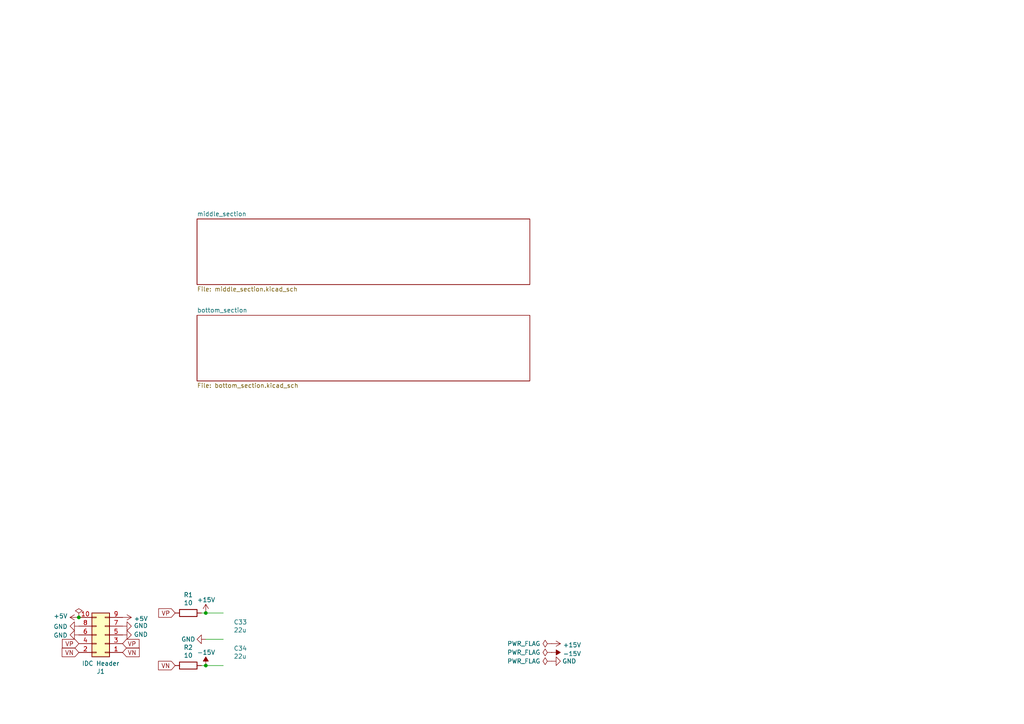
<source format=kicad_sch>
(kicad_sch (version 20230121) (generator eeschema)
  (paper "A4")
  (title_block (title "oberwelle") (date "2020-11-27") (rev "R01") (comment 1 "Schema for main circuit") (comment 2 "wave folder") (comment 4 "License CC BY 4.0 - Attribution 4.0 International"))
  (lib_symbols
    (symbol "Connector_Generic:Conn_02x05_Odd_Even" (pin_names (offset 1.016) hide)
      (property "Reference" "J" (at 1.27 7.62 0))
      (property "Value" "Conn_02x05_Odd_Even" (at 1.27 -7.62 0))
      (symbol "Conn_02x05_Odd_Even_1_1"
        (rectangle (start -1.27 -4.953) (end 0 -5.207) (stroke (width 0.1524)))
        (rectangle (start -1.27 -2.413) (end 0 -2.667) (stroke (width 0.1524)))
        (rectangle (start -1.27 0.127) (end 0 -0.127) (stroke (width 0.1524)))
        (rectangle (start -1.27 2.667) (end 0 2.413) (stroke (width 0.1524)))
        (rectangle (start -1.27 5.207) (end 0 4.953) (stroke (width 0.1524)))
        (rectangle (start -1.27 6.35) (end 3.81 -6.35) (stroke (width 0.254)) (fill (type background)))
        (rectangle (start 3.81 -4.953) (end 2.54 -5.207) (stroke (width 0.1524)))
        (rectangle (start 3.81 -2.413) (end 2.54 -2.667) (stroke (width 0.1524)))
        (rectangle (start 3.81 0.127) (end 2.54 -0.127) (stroke (width 0.1524)))
        (rectangle (start 3.81 2.667) (end 2.54 2.413) (stroke (width 0.1524)))
        (rectangle (start 3.81 5.207) (end 2.54 4.953) (stroke (width 0.1524)))
        (pin passive line (at -5.08 5.08 0) (length 3.81) (name "Pin_1") (number "1"))
        (pin passive line (at 7.62 -5.08 180) (length 3.81) (name "Pin_10") (number "10"))
        (pin passive line (at 7.62 5.08 180) (length 3.81) (name "Pin_2") (number "2"))
        (pin passive line (at -5.08 2.54 0) (length 3.81) (name "Pin_3") (number "3"))
        (pin passive line (at 7.62 2.54 180) (length 3.81) (name "Pin_4") (number "4"))
        (pin passive line (at -5.08 0 0) (length 3.81) (name "Pin_5") (number "5"))
        (pin passive line (at 7.62 0 180) (length 3.81) (name "Pin_6") (number "6"))
        (pin passive line (at -5.08 -2.54 0) (length 3.81) (name "Pin_7") (number "7"))
        (pin passive line (at 7.62 -2.54 180) (length 3.81) (name "Pin_8") (number "8"))
        (pin passive line (at -5.08 -5.08 0) (length 3.81) (name "Pin_9") (number "9"))
      )
    )
    (symbol "Device:R" (pin_numbers hide) (pin_names (offset 0))
      (property "Reference" "R" (at 2.032 0 90))
      (property "Value" "R" (at 0 0 90))
      (symbol "R_0_1"
        (rectangle (start -1.016 -2.54) (end 1.016 2.54) (stroke (width 0.254)))
      )
      (symbol "R_1_1"
        (pin passive line (at 0 3.81 270) (length 1.27) (name "~") (number "1"))
        (pin passive line (at 0 -3.81 90) (length 1.27) (name "~") (number "2"))
      )
    )
    (symbol "power:+15V" (power) (pin_names (offset 0))
      (property "Value" "+15V" (at 0 3.556 0))
      (symbol "+15V_0_1"
        (polyline (pts (xy -0.762 1.27) (xy 0 2.54)))
        (polyline (pts (xy 0 0) (xy 0 2.54)))
        (polyline (pts (xy 0 2.54) (xy 0.762 1.27)))
      )
      (symbol "+15V_1_1"
        (pin power_in line (at 0 0 90) (length 0) hide (name "+15V") (number "1"))
      )
    )
    (symbol "power:+5V" (power) (pin_names (offset 0))
      (property "Value" "+5V" (at 0 3.556 0))
      (symbol "+5V_0_1"
        (polyline (pts (xy -0.762 1.27) (xy 0 2.54)))
        (polyline (pts (xy 0 0) (xy 0 2.54)))
        (polyline (pts (xy 0 2.54) (xy 0.762 1.27)))
      )
      (symbol "+5V_1_1"
        (pin power_in line (at 0 0 90) (length 0) hide (name "+5V") (number "1"))
      )
    )
    (symbol "power:-15V" (power) (pin_names (offset 0))
      (property "Value" "-15V" (at 0 3.81 0))
      (symbol "-15V_0_0"
        (pin power_in line (at 0 0 90) (length 0) hide (name "-15V") (number "1"))
      )
      (symbol "-15V_0_1"
        (polyline (pts (xy 0 0) (xy 0 1.27) (xy 0.762 1.27) (xy 0 2.54) (xy -0.762 1.27) (xy 0 1.27)) (fill (type outline)))
      )
    )
    (symbol "power:GND" (power) (pin_names (offset 0))
      (property "Value" "GND" (at 0 -3.81 0))
      (symbol "GND_0_1"
        (polyline (pts (xy 0 0) (xy 0 -1.27) (xy 1.27 -1.27) (xy 0 -2.54) (xy -1.27 -1.27) (xy 0 -1.27)))
      )
      (symbol "GND_1_1"
        (pin power_in line (at 0 0 270) (length 0) hide (name "GND") (number "1"))
      )
    )
    (symbol "power:PWR_FLAG" (power) (pin_numbers hide) (pin_names (offset 0) hide)
      (property "Value" "PWR_FLAG" (at 0 3.81 0))
      (symbol "PWR_FLAG_0_0"
        (pin power_out line (at 0 0 90) (length 0) (name "pwr") (number "1"))
      )
      (symbol "PWR_FLAG_0_1"
        (polyline (pts (xy 0 0) (xy 0 1.27) (xy -1.016 1.905) (xy 0 2.54) (xy 1.016 1.905) (xy 0 1.27)))
      )
    )
  )
  (junction (at 59.69 177.8))
  (junction (at 22.86 179.07))
  (junction (at 59.69 193.04))
  (wire (pts (xy 58.42 193.04) (xy 59.69 193.04)))
  (wire (pts (xy 58.42 177.8) (xy 59.69 177.8)))
  (wire (pts (xy 64.77 185.42) (xy 59.69 185.42)))
  (wire (pts (xy 59.69 177.8) (xy 64.77 177.8)))
  (wire (pts (xy 59.69 193.04) (xy 64.77 193.04)))
  (global_label "VP" (shape input) (at 22.86 186.69 180) (property "Intersheetrefs" "${INTERSHEET_REFS}" (effects hide)))
  (global_label "VN" (shape input) (at 22.86 189.23 180) (property "Intersheetrefs" "${INTERSHEET_REFS}" (effects hide)))
  (global_label "VN" (shape input) (at 50.8 193.04 180) (property "Intersheetrefs" "${INTERSHEET_REFS}" (effects hide)))
  (global_label "VP" (shape input) (at 50.8 177.8 180) (property "Intersheetrefs" "${INTERSHEET_REFS}" (effects hide)))
  (global_label "VN" (shape input) (at 35.56 189.23 0) (property "Intersheetrefs" "${INTERSHEET_REFS}" (effects hide)))
  (global_label "VP" (shape input) (at 35.56 186.69 0) (property "Intersheetrefs" "${INTERSHEET_REFS}" (effects hide)))
  (symbol (lib_id "Device:CP") (at 64.77 189.23 0) (unit 1)
    (property "Reference" "C34" (at 67.7672 188.0616 0) (effects (justify left)))
    (property "Value" "22u" (at 67.7672 190.373 0) (effects (justify left)))
    (property "Footprint" "Capacitor_THT:CP_Radial_D6.3mm_P2.50mm" (effects hide))
  )
  (symbol (lib_id "power:GND") (at 59.69 185.42 270) (unit 1)
    (property "Reference" "#PWR05" (effects hide))
    (property "Value" "GND" (at 54.61 185.42 90))
  )
  (symbol (lib_id "power:PWR_FLAG") (at 160.02 186.69 90) (unit 1)
    (property "Reference" "#FLG02" (effects hide))
    (property "Value" "PWR_FLAG" (at 156.7688 186.69 90) (effects (justify left)))
  )
  (symbol (lib_id "Device:CP") (at 64.77 181.61 0) (unit 1)
    (property "Reference" "C33" (at 67.7672 180.4416 0) (effects (justify left)))
    (property "Value" "22u" (at 67.7672 182.753 0) (effects (justify left)))
    (property "Footprint" "Capacitor_THT:CP_Radial_D6.3mm_P2.50mm" (effects hide))
  )
  (symbol (lib_id "Connector_Generic:Conn_02x05_Odd_Even") (at 30.48 184.15 180) (unit 1)
    (property "Reference" "J1" (at 29.21 194.7418 0))
    (property "Value" "IDC Header" (at 29.21 192.4304 0))
    (property "Footprint" "Connector_IDC:IDC-Header_2x05_P2.54mm_Vertical" (effects hide))
  )
  (symbol (lib_id "power:GND") (at 22.86 184.15 270) (unit 1)
    (property "Reference" "#PWR025" (effects hide))
    (property "Value" "GND" (at 19.6088 184.277 90) (effects (justify right)))
  )
  (symbol (lib_id "power:GND") (at 22.86 181.61 270) (unit 1)
    (property "Reference" "#PWR024" (effects hide))
    (property "Value" "GND" (at 19.6088 181.737 90) (effects (justify right)))
  )
  (symbol (lib_id "power:GND") (at 35.56 181.61 90) (unit 1)
    (property "Reference" "#PWR034" (effects hide))
    (property "Value" "GND" (at 38.8112 181.483 90) (effects (justify right)))
  )
  (symbol (lib_id "power:+5V") (at 35.56 179.07 270) (unit 1)
    (property "Reference" "#PWR033" (effects hide))
    (property "Value" "+5V" (at 38.8112 179.451 90) (effects (justify left)))
  )
  (symbol (lib_id "power:+5V") (at 22.86 179.07 90) (unit 1)
    (property "Reference" "#PWR023" (effects hide))
    (property "Value" "+5V" (at 19.6088 178.689 90) (effects (justify left)))
  )
  (symbol (lib_id "power:PWR_FLAG") (at 22.86 179.07 0) (unit 1)
    (property "Reference" "#FLG01" (effects hide))
    (property "Value" "PWR_FLAG" (effects hide))
  )
  (symbol (lib_id "power:PWR_FLAG") (at 160.02 189.23 90) (unit 1)
    (property "Reference" "#FLG03" (effects hide))
    (property "Value" "PWR_FLAG" (at 156.7688 189.23 90) (effects (justify left)))
  )
  (symbol (lib_id "Device:R") (at 54.61 177.8 270) (unit 1)
    (property "Reference" "R1" (at 54.61 172.5422 90))
    (property "Value" "10" (at 54.61 174.8536 90))
    (property "Footprint" "Resistor_THT:R_Axial_DIN0207_L6.3mm_D2.5mm_P10.16mm_Horizontal" (effects hide))
  )
  (symbol (lib_id "power:+15V") (at 59.69 177.8 0) (unit 1)
    (property "Reference" "#PWR04" (effects hide))
    (property "Value" "+15V" (at 57.15 173.99 0) (effects (justify left)))
  )
  (symbol (lib_id "power:-15V") (at 59.69 193.04 0) (unit 1)
    (property "Reference" "#PWR02" (effects hide))
    (property "Value" "-15V" (at 57.15 189.23 0) (effects (justify left)))
  )
  (symbol (lib_id "power:GND") (at 35.56 184.15 90) (unit 1)
    (property "Reference" "#PWR035" (effects hide))
    (property "Value" "GND" (at 38.8112 184.023 90) (effects (justify right)))
  )
  (symbol (lib_id "power:-15V") (at 160.02 189.23 270) (unit 1)
    (property "Reference" "#PWR010" (effects hide))
    (property "Value" "-15V" (at 163.2712 189.611 90) (effects (justify left)))
  )
  (symbol (lib_id "power:GND") (at 160.02 191.77 90) (unit 1)
    (property "Reference" "#PWR011" (effects hide))
    (property "Value" "GND" (at 165.1 191.77 90))
  )
  (symbol (lib_id "power:PWR_FLAG") (at 160.02 191.77 90) (unit 1)
    (property "Reference" "#FLG04" (effects hide))
    (property "Value" "PWR_FLAG" (at 156.7688 191.77 90) (effects (justify left)))
  )
  (symbol (lib_id "power:+15V") (at 160.02 186.69 270) (unit 1)
    (property "Reference" "#PWR09" (effects hide))
    (property "Value" "+15V" (at 163.2712 187.071 90) (effects (justify left)))
  )
  (symbol (lib_id "Device:R") (at 54.61 193.04 270) (unit 1)
    (property "Reference" "R2" (at 54.61 187.7822 90))
    (property "Value" "10" (at 54.61 190.0936 90))
    (property "Footprint" "Resistor_THT:R_Axial_DIN0207_L6.3mm_D2.5mm_P10.16mm_Horizontal" (effects hide))
  )
  (sheet (at 57.15 63.5) (size 96.52 19.05)
    (property "Sheetname" "middle_section" (at 57.15 62.7884 0) (effects (justify left bottom)))
    (property "Sheetfile" "middle_section.kicad_sch" (at 57.15 83.1346 0) (effects (justify left top)))
  )
  (sheet (at 57.15 91.44) (size 96.52 19.05)
    (property "Sheetname" "bottom_section" (at 57.15 90.7284 0) (effects (justify left bottom)))
    (property "Sheetfile" "bottom_section.kicad_sch" (at 57.15 111.0746 0) (effects (justify left top)))
  )
)
</source>
